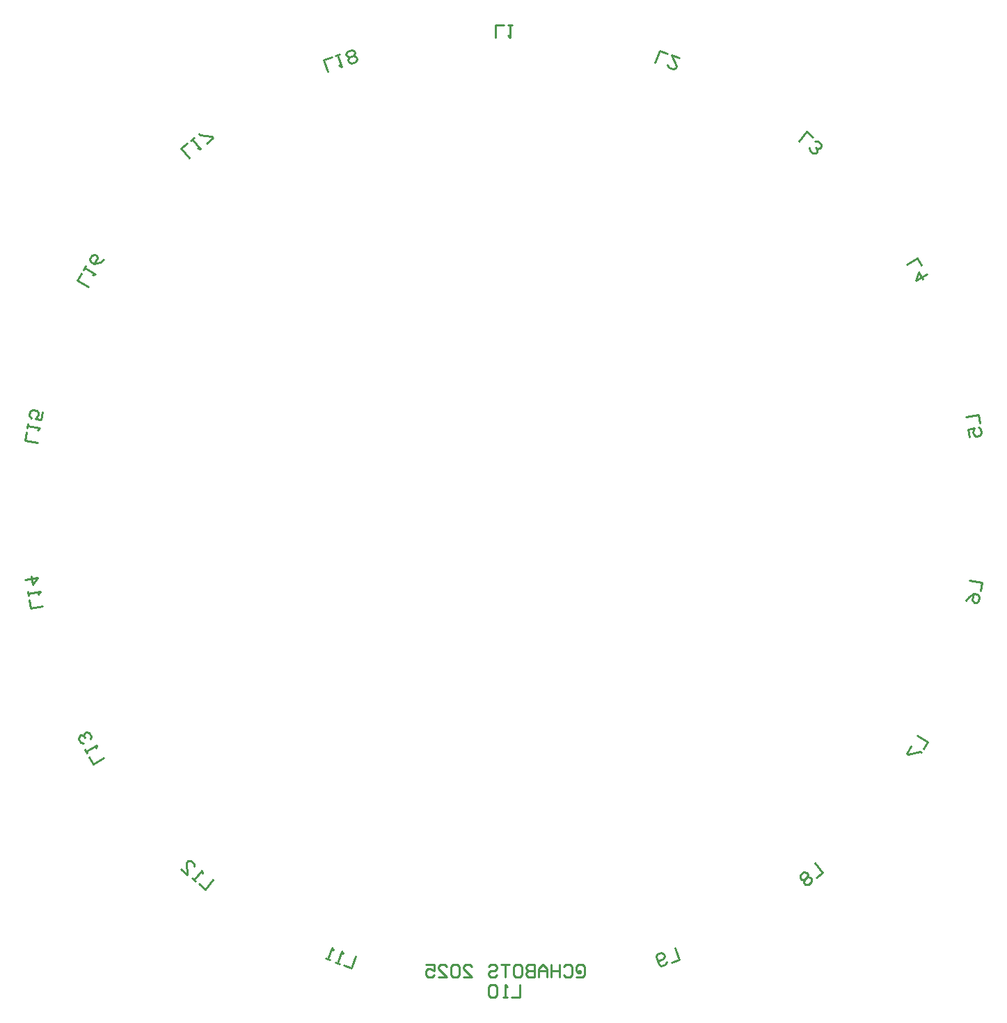
<source format=gbr>
G04*
G04 #@! TF.GenerationSoftware,Altium Limited,Altium Designer,24.5.2 (23)*
G04*
G04 Layer_Color=32896*
%FSLAX44Y44*%
%MOMM*%
G71*
G04*
G04 #@! TF.SameCoordinates,EC07AE21-C10E-4B47-8BBD-F1AFCD56138C*
G04*
G04*
G04 #@! TF.FilePolarity,Positive*
G04*
G01*
G75*
%ADD13C,0.2540*%
D13*
X1190843Y535618D02*
Y538158D01*
X1193382D01*
Y535618D01*
X1190843D01*
X1188303Y538158D01*
Y543236D01*
X1190843Y545775D01*
X1195921D01*
X1198460Y543236D01*
Y533079D01*
X1195921Y530540D01*
X1188303D01*
X1173068Y543236D02*
X1175607Y545775D01*
X1180686D01*
X1183225Y543236D01*
Y533079D01*
X1180686Y530540D01*
X1175607D01*
X1173068Y533079D01*
X1167990Y545775D02*
Y530540D01*
Y538158D01*
X1157833D01*
Y545775D01*
Y530540D01*
X1152755D02*
Y540697D01*
X1147676Y545775D01*
X1142598Y540697D01*
Y530540D01*
Y538158D01*
X1152755D01*
X1137520Y545775D02*
Y530540D01*
X1129902D01*
X1127363Y533079D01*
Y535618D01*
X1129902Y538158D01*
X1137520D01*
X1129902D01*
X1127363Y540697D01*
Y543236D01*
X1129902Y545775D01*
X1137520D01*
X1114667D02*
X1119745D01*
X1122285Y543236D01*
Y533079D01*
X1119745Y530540D01*
X1114667D01*
X1112128Y533079D01*
Y543236D01*
X1114667Y545775D01*
X1107050D02*
X1096893D01*
X1101971D01*
Y530540D01*
X1081658Y543236D02*
X1084197Y545775D01*
X1089275D01*
X1091814Y543236D01*
Y540697D01*
X1089275Y538158D01*
X1084197D01*
X1081658Y535618D01*
Y533079D01*
X1084197Y530540D01*
X1089275D01*
X1091814Y533079D01*
X1051188Y530540D02*
X1061344D01*
X1051188Y540697D01*
Y543236D01*
X1053727Y545775D01*
X1058805D01*
X1061344Y543236D01*
X1046109D02*
X1043570Y545775D01*
X1038492D01*
X1035953Y543236D01*
Y533079D01*
X1038492Y530540D01*
X1043570D01*
X1046109Y533079D01*
Y543236D01*
X1020717Y530540D02*
X1030874D01*
X1020717Y540697D01*
Y543236D01*
X1023257Y545775D01*
X1028335D01*
X1030874Y543236D01*
X1005482Y545775D02*
X1015639D01*
Y538158D01*
X1010561Y540697D01*
X1008022D01*
X1005482Y538158D01*
Y533079D01*
X1008022Y530540D01*
X1013100D01*
X1015639Y533079D01*
X1119044Y520617D02*
Y505382D01*
X1108887D01*
X1103809D02*
X1098730D01*
X1101270D01*
Y520617D01*
X1103809Y518078D01*
X1091113D02*
X1088574Y520617D01*
X1083495D01*
X1080956Y518078D01*
Y507922D01*
X1083495Y505382D01*
X1088574D01*
X1091113Y507922D01*
Y518078D01*
X1307915Y565877D02*
X1313126Y551561D01*
X1303582Y548087D01*
X1297941Y548736D02*
X1296424Y545482D01*
X1291652Y543745D01*
X1288397Y545262D01*
X1284923Y554807D01*
X1286441Y558061D01*
X1291213Y559798D01*
X1294468Y558280D01*
X1295336Y555894D01*
X1293819Y552640D01*
X1286660Y550035D01*
X1478057Y669200D02*
X1487850Y657529D01*
X1480070Y651001D01*
X1468019Y657462D02*
X1464442Y657775D01*
X1460551Y654511D01*
X1460238Y650933D01*
X1461870Y648988D01*
X1465448Y648675D01*
X1465135Y645098D01*
X1466767Y643153D01*
X1470344Y642840D01*
X1474234Y646104D01*
X1474547Y649681D01*
X1472915Y651627D01*
X1469338Y651940D01*
X1469651Y655517D01*
X1468019Y657462D01*
X1469338Y651940D02*
X1465448Y648675D01*
X1602600Y824484D02*
X1615794Y816866D01*
X1610715Y808070D01*
X1594982Y811290D02*
X1589904Y802494D01*
X1592103Y801224D01*
X1605977Y804942D01*
X1608176Y803672D01*
X919524Y555890D02*
X914313Y541574D01*
X904769Y545048D01*
X899997Y546785D02*
X895225Y548521D01*
X897611Y547653D01*
X902822Y561969D01*
X904339Y558715D01*
X888067Y551127D02*
X883295Y552864D01*
X885681Y551995D01*
X890891Y566311D01*
X892409Y563057D01*
X1666522Y1012999D02*
X1681525Y1010353D01*
X1679762Y1000351D01*
X1662112Y987993D02*
X1665495Y992553D01*
X1671378Y996672D01*
X1676379Y995790D01*
X1678439Y992849D01*
X1677557Y987848D01*
X1674615Y985788D01*
X1672115Y986229D01*
X1670055Y989171D01*
X1671378Y996672D01*
X1662112Y1212007D02*
X1677116Y1214653D01*
X1678880Y1204650D01*
X1666522Y1187001D02*
X1664758Y1197004D01*
X1672260Y1198326D01*
X1670641Y1192884D01*
X1671082Y1190384D01*
X1674023Y1188324D01*
X1679025Y1189206D01*
X1681084Y1192147D01*
X1680202Y1197149D01*
X1677261Y1199208D01*
X1589904Y1397506D02*
X1603098Y1405124D01*
X1608176Y1396328D01*
X1614524Y1385333D02*
X1601330Y1377715D01*
X1604119Y1388121D01*
X1609197Y1379325D01*
X1458606Y1547121D02*
X1468399Y1558792D01*
X1476180Y1552263D01*
X1471909Y1539274D02*
X1472222Y1535696D01*
X1476112Y1532432D01*
X1479689Y1532745D01*
X1481322Y1534690D01*
X1481009Y1538267D01*
X1479064Y1539900D01*
X1481009Y1538267D01*
X1484586Y1538580D01*
X1486218Y1540526D01*
X1485905Y1544103D01*
X1482015Y1547367D01*
X1478438Y1547054D01*
X1284055Y1642807D02*
X1289266Y1657124D01*
X1298810Y1653650D01*
X1313126Y1648439D02*
X1303582Y1651913D01*
X1309652Y1638895D01*
X1308784Y1636509D01*
X1305529Y1634991D01*
X1300757Y1636728D01*
X1299240Y1639983D01*
X1089843Y1673022D02*
Y1688257D01*
X1100000D01*
X1105078D02*
X1110157D01*
X1107618D01*
Y1673022D01*
X1105078Y1675562D01*
X886119Y1631952D02*
X880909Y1646268D01*
X890453Y1649742D01*
X895225Y1651479D02*
X899997Y1653215D01*
X897611Y1652347D01*
X902822Y1638031D01*
X899567Y1639548D01*
X911497Y1643891D02*
X914752Y1642373D01*
X919524Y1644110D01*
X921042Y1647364D01*
X920173Y1649751D01*
X916919Y1651268D01*
X918436Y1654523D01*
X917568Y1656909D01*
X914313Y1658426D01*
X909541Y1656689D01*
X908024Y1653435D01*
X908892Y1651049D01*
X912147Y1649531D01*
X910629Y1646277D01*
X911497Y1643891D01*
X912147Y1649531D02*
X916919Y1651268D01*
X717080Y1526720D02*
X707287Y1538390D01*
X715068Y1544919D01*
X718958Y1548183D02*
X722848Y1551447D01*
X720903Y1549815D01*
X730696Y1538145D01*
X727119Y1538458D01*
X738476Y1544673D02*
X746257Y1551202D01*
X744625Y1553147D01*
X730315Y1554399D01*
X728683Y1556344D01*
X594226Y1370019D02*
X581032Y1377636D01*
X586110Y1386432D01*
X588650Y1390830D02*
X591189Y1395228D01*
X589919Y1393029D01*
X603113Y1385412D01*
X599645Y1384482D01*
X613270Y1403004D02*
X608532Y1399875D01*
X601595Y1398016D01*
X597197Y1400556D01*
X596267Y1404024D01*
X598806Y1408422D01*
X602275Y1409352D01*
X604474Y1408082D01*
X605403Y1404613D01*
X601595Y1398016D01*
X532376Y1180750D02*
X517373Y1183395D01*
X519136Y1193398D01*
X520018Y1198399D02*
X520900Y1203400D01*
X520459Y1200900D01*
X535463Y1198254D01*
X532521Y1196194D01*
X538990Y1218259D02*
X537226Y1208256D01*
X529725Y1209579D01*
X533107Y1214139D01*
X533548Y1216640D01*
X531488Y1219582D01*
X526487Y1220463D01*
X523545Y1218404D01*
X522664Y1213403D01*
X524723Y1210461D01*
X538990Y981741D02*
X523986Y979096D01*
X522223Y989098D01*
X521341Y994099D02*
X520459Y999100D01*
X520900Y996600D01*
X535904Y999245D01*
X533844Y996304D01*
X517813Y1014104D02*
X532817Y1016750D01*
X526638Y1007925D01*
X524874Y1017927D01*
X613270Y796996D02*
X600076Y789379D01*
X594998Y798175D01*
X592458Y802573D02*
X589919Y806971D01*
X591189Y804772D01*
X604383Y812389D01*
X603453Y808921D01*
X597105Y819916D02*
X598035Y823384D01*
X595496Y827782D01*
X592027Y828712D01*
X589828Y827442D01*
X588899Y823973D01*
X590168Y821775D01*
X588899Y823973D01*
X585430Y824903D01*
X583231Y823633D01*
X582302Y820165D01*
X584841Y815767D01*
X588309Y814837D01*
X746257Y648798D02*
X736464Y637127D01*
X728683Y643656D01*
X724793Y646920D02*
X720903Y650185D01*
X722848Y648552D01*
X732641Y660223D01*
X732954Y656646D01*
X707287Y661610D02*
X715067Y655081D01*
X713816Y669390D01*
X715448Y671335D01*
X719025Y671648D01*
X722915Y668384D01*
X723228Y664807D01*
M02*

</source>
